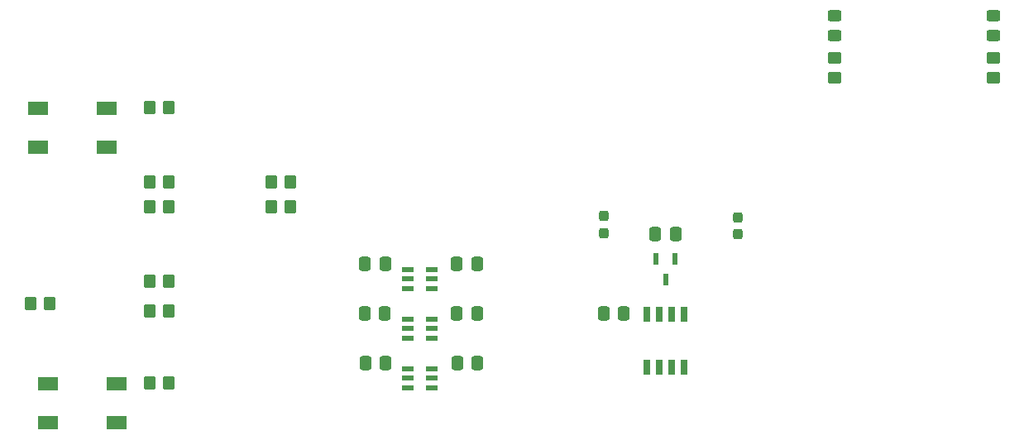
<source format=gtp>
G04 #@! TF.GenerationSoftware,KiCad,Pcbnew,(6.0.6)*
G04 #@! TF.CreationDate,2022-07-18T13:46:11+09:00*
G04 #@! TF.ProjectId,mt_reflowcnt,6d745f72-6566-46c6-9f77-636e742e6b69,rev?*
G04 #@! TF.SameCoordinates,Original*
G04 #@! TF.FileFunction,Paste,Top*
G04 #@! TF.FilePolarity,Positive*
%FSLAX46Y46*%
G04 Gerber Fmt 4.6, Leading zero omitted, Abs format (unit mm)*
G04 Created by KiCad (PCBNEW (6.0.6)) date 2022-07-18 13:46:11*
%MOMM*%
%LPD*%
G01*
G04 APERTURE LIST*
G04 Aperture macros list*
%AMRoundRect*
0 Rectangle with rounded corners*
0 $1 Rounding radius*
0 $2 $3 $4 $5 $6 $7 $8 $9 X,Y pos of 4 corners*
0 Add a 4 corners polygon primitive as box body*
4,1,4,$2,$3,$4,$5,$6,$7,$8,$9,$2,$3,0*
0 Add four circle primitives for the rounded corners*
1,1,$1+$1,$2,$3*
1,1,$1+$1,$4,$5*
1,1,$1+$1,$6,$7*
1,1,$1+$1,$8,$9*
0 Add four rect primitives between the rounded corners*
20,1,$1+$1,$2,$3,$4,$5,0*
20,1,$1+$1,$4,$5,$6,$7,0*
20,1,$1+$1,$6,$7,$8,$9,0*
20,1,$1+$1,$8,$9,$2,$3,0*%
G04 Aperture macros list end*
%ADD10RoundRect,0.250000X-0.337500X-0.475000X0.337500X-0.475000X0.337500X0.475000X-0.337500X0.475000X0*%
%ADD11RoundRect,0.250000X0.337500X0.475000X-0.337500X0.475000X-0.337500X-0.475000X0.337500X-0.475000X0*%
%ADD12R,1.200000X0.600000*%
%ADD13RoundRect,0.237500X0.237500X-0.287500X0.237500X0.287500X-0.237500X0.287500X-0.237500X-0.287500X0*%
%ADD14RoundRect,0.250000X-0.450000X0.325000X-0.450000X-0.325000X0.450000X-0.325000X0.450000X0.325000X0*%
%ADD15R,2.000000X1.400000*%
%ADD16R,0.650000X1.525000*%
%ADD17R,0.600000X1.250000*%
%ADD18RoundRect,0.250000X0.350000X0.450000X-0.350000X0.450000X-0.350000X-0.450000X0.350000X-0.450000X0*%
%ADD19RoundRect,0.250000X-0.350000X-0.450000X0.350000X-0.450000X0.350000X0.450000X-0.350000X0.450000X0*%
%ADD20RoundRect,0.250000X0.450000X-0.350000X0.450000X0.350000X-0.450000X0.350000X-0.450000X-0.350000X0*%
G04 APERTURE END LIST*
D10*
G04 #@! TO.C,C8*
X168910000Y-110363000D03*
X170985000Y-110363000D03*
G04 #@! TD*
D11*
G04 #@! TO.C,C7*
X161587000Y-110363000D03*
X159512000Y-110363000D03*
G04 #@! TD*
D12*
G04 #@! TO.C,IC5*
X166350000Y-110937000D03*
X166350000Y-111887000D03*
X166350000Y-112837000D03*
X163850000Y-112837000D03*
X163850000Y-111887000D03*
X163850000Y-110937000D03*
G04 #@! TD*
G04 #@! TO.C,IC2*
X163828500Y-105857000D03*
X163828500Y-106807000D03*
X163828500Y-107757000D03*
X166328500Y-107757000D03*
X166328500Y-106807000D03*
X166328500Y-105857000D03*
G04 #@! TD*
G04 #@! TO.C,IC1*
X163828500Y-100777000D03*
X163828500Y-101727000D03*
X163828500Y-102677000D03*
X166328500Y-102677000D03*
X166328500Y-101727000D03*
X166328500Y-100777000D03*
G04 #@! TD*
D11*
G04 #@! TO.C,C1*
X161544000Y-100203000D03*
X159469000Y-100203000D03*
G04 #@! TD*
G04 #@! TO.C,C2*
X161522500Y-105283000D03*
X159447500Y-105283000D03*
G04 #@! TD*
G04 #@! TO.C,C6*
X185971000Y-105283000D03*
X183896000Y-105283000D03*
G04 #@! TD*
D10*
G04 #@! TO.C,C5*
X189187000Y-97155000D03*
X191262000Y-97155000D03*
G04 #@! TD*
G04 #@! TO.C,C4*
X168867000Y-105283000D03*
X170942000Y-105283000D03*
G04 #@! TD*
G04 #@! TO.C,C3*
X170942000Y-100203000D03*
X168867000Y-100203000D03*
G04 #@! TD*
D13*
G04 #@! TO.C,L1*
X183896000Y-97014000D03*
X183896000Y-95264000D03*
G04 #@! TD*
G04 #@! TO.C,L2*
X197612000Y-97155000D03*
X197612000Y-95405000D03*
G04 #@! TD*
D14*
G04 #@! TO.C,D2*
X223774000Y-74785000D03*
X223774000Y-76835000D03*
G04 #@! TD*
G04 #@! TO.C,D1*
X207518000Y-74785000D03*
X207518000Y-76835000D03*
G04 #@! TD*
D15*
G04 #@! TO.C,S2*
X126040000Y-84233000D03*
X133040000Y-84233000D03*
X126040000Y-88233000D03*
X133040000Y-88233000D03*
G04 #@! TD*
G04 #@! TO.C,S1*
X127056000Y-112427000D03*
X134056000Y-112427000D03*
X127056000Y-116427000D03*
X134056000Y-116427000D03*
G04 #@! TD*
D16*
G04 #@! TO.C,IC3*
X192151000Y-105365000D03*
X190881000Y-105365000D03*
X189611000Y-105365000D03*
X188341000Y-105365000D03*
X188341000Y-110789000D03*
X189611000Y-110789000D03*
X190881000Y-110789000D03*
X192151000Y-110789000D03*
G04 #@! TD*
D17*
G04 #@! TO.C,IC4*
X191201000Y-99695000D03*
X189291000Y-99695000D03*
X190246000Y-101795000D03*
G04 #@! TD*
D18*
G04 #@! TO.C,R12*
X139414000Y-84201000D03*
X137414000Y-84201000D03*
G04 #@! TD*
G04 #@! TO.C,R11*
X139414000Y-112395000D03*
X137414000Y-112395000D03*
G04 #@! TD*
G04 #@! TO.C,R10*
X139430000Y-91821000D03*
X137430000Y-91821000D03*
G04 #@! TD*
D19*
G04 #@! TO.C,R9*
X149876000Y-91821000D03*
X151876000Y-91821000D03*
G04 #@! TD*
D18*
G04 #@! TO.C,R8*
X139430000Y-94361000D03*
X137430000Y-94361000D03*
G04 #@! TD*
D19*
G04 #@! TO.C,R7*
X149876000Y-94361000D03*
X151876000Y-94361000D03*
G04 #@! TD*
D18*
G04 #@! TO.C,R6*
X139414000Y-101981000D03*
X137414000Y-101981000D03*
G04 #@! TD*
G04 #@! TO.C,R5*
X139414000Y-105029000D03*
X137414000Y-105029000D03*
G04 #@! TD*
D20*
G04 #@! TO.C,R4*
X223774000Y-81121000D03*
X223774000Y-79121000D03*
G04 #@! TD*
G04 #@! TO.C,R3*
X207518000Y-81121000D03*
X207518000Y-79121000D03*
G04 #@! TD*
D18*
G04 #@! TO.C,R1*
X127222000Y-104267000D03*
X125222000Y-104267000D03*
G04 #@! TD*
M02*

</source>
